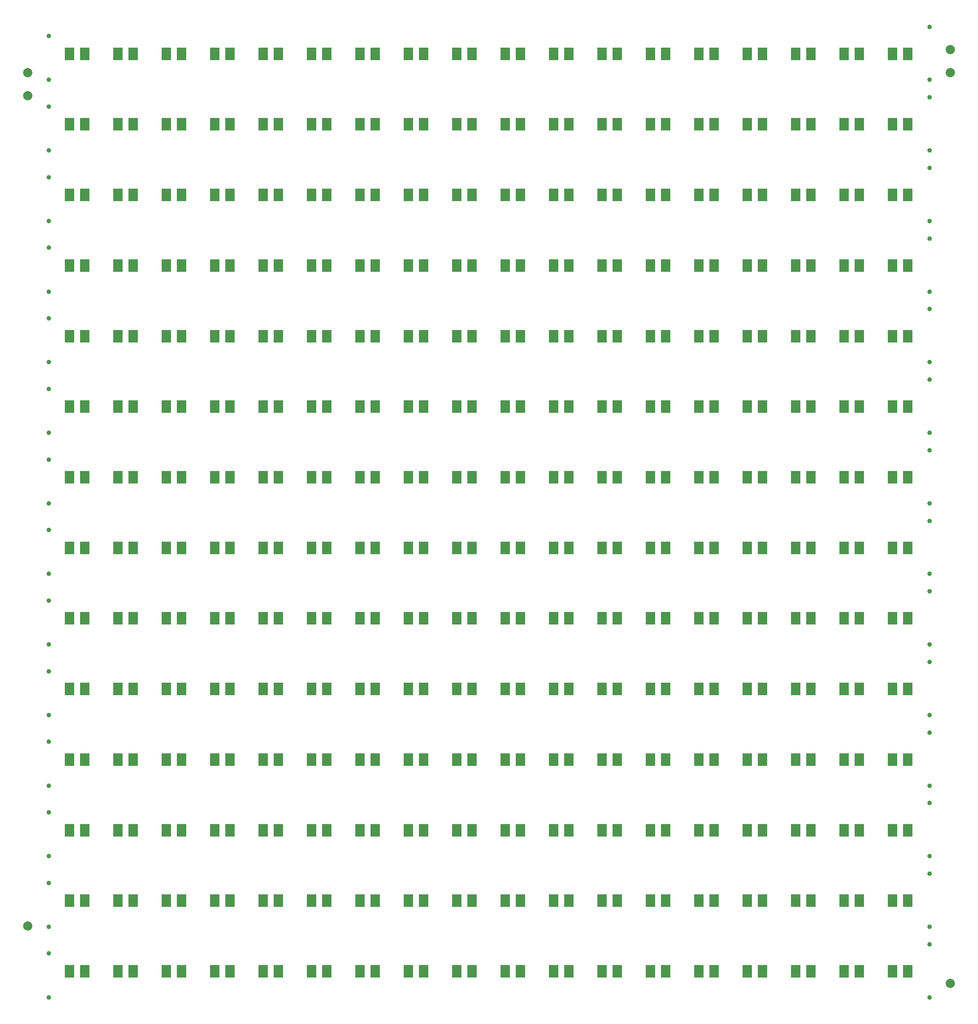
<source format=gbp>
G04 Layer_Color=128*
%FSLAX44Y44*%
%MOMM*%
G71*
G01*
G75*
%ADD10C,2.0000*%
%ADD12C,1.0000*%
%ADD24R,2.0000X2.8000*%
D10*
X25000Y2025000D02*
D03*
Y1975000D02*
D03*
Y175000D02*
D03*
X2025000Y50000D02*
D03*
Y2025000D02*
D03*
Y2075000D02*
D03*
D12*
X1980000Y20000D02*
D03*
Y135000D02*
D03*
X70000Y115000D02*
D03*
Y20000D02*
D03*
X1980000Y173000D02*
D03*
Y288000D02*
D03*
X70000Y268000D02*
D03*
Y173000D02*
D03*
X1980000Y326000D02*
D03*
Y441000D02*
D03*
X70000Y421000D02*
D03*
Y326000D02*
D03*
X1980000Y479000D02*
D03*
Y594000D02*
D03*
X70000Y574000D02*
D03*
Y479000D02*
D03*
X1980000Y632000D02*
D03*
Y747000D02*
D03*
X70000Y727000D02*
D03*
Y632000D02*
D03*
X1980000Y785000D02*
D03*
Y900000D02*
D03*
X70000Y880000D02*
D03*
Y785000D02*
D03*
X1980000Y938000D02*
D03*
Y1053000D02*
D03*
X70000Y1033000D02*
D03*
Y938000D02*
D03*
X1980000Y1091000D02*
D03*
Y1206000D02*
D03*
X70000Y1186000D02*
D03*
Y1091000D02*
D03*
X1980000Y1244000D02*
D03*
Y1359000D02*
D03*
X70000Y1339000D02*
D03*
Y1244000D02*
D03*
X1980000Y1397000D02*
D03*
Y1512000D02*
D03*
X70000Y1492000D02*
D03*
Y1397000D02*
D03*
X1980000Y1550000D02*
D03*
Y1665000D02*
D03*
X70000Y1645000D02*
D03*
Y1550000D02*
D03*
X1980000Y1703000D02*
D03*
Y1818000D02*
D03*
X70000Y1798000D02*
D03*
Y1703000D02*
D03*
X1980000Y1856000D02*
D03*
Y1971000D02*
D03*
X70000Y1951000D02*
D03*
Y1856000D02*
D03*
X1980000Y2009000D02*
D03*
Y2124000D02*
D03*
X70000Y2104000D02*
D03*
Y2009000D02*
D03*
D24*
X253010Y76500D02*
D03*
X219990D02*
D03*
X114990D02*
D03*
X148010D02*
D03*
X358010D02*
D03*
X324990D02*
D03*
X429990D02*
D03*
X463010D02*
D03*
X568010D02*
D03*
X534990D02*
D03*
X639990Y76500D02*
D03*
X673010D02*
D03*
X778010Y76500D02*
D03*
X744990D02*
D03*
X849990Y76500D02*
D03*
X883010D02*
D03*
X988010Y76500D02*
D03*
X954990D02*
D03*
X1059990D02*
D03*
X1093010D02*
D03*
X1198010D02*
D03*
X1164990D02*
D03*
X1269990D02*
D03*
X1303010D02*
D03*
X1408010D02*
D03*
X1374990D02*
D03*
X1479990Y76500D02*
D03*
X1513010D02*
D03*
X1618010D02*
D03*
X1584990D02*
D03*
X1689990Y76500D02*
D03*
X1723010D02*
D03*
X1828010Y76500D02*
D03*
X1794990D02*
D03*
X1899990Y76500D02*
D03*
X1933010D02*
D03*
X253010Y229500D02*
D03*
X219990D02*
D03*
X114990D02*
D03*
X148010D02*
D03*
X358010D02*
D03*
X324990D02*
D03*
X429990D02*
D03*
X463010D02*
D03*
X568010D02*
D03*
X534990D02*
D03*
X639990Y229500D02*
D03*
X673010D02*
D03*
X778010Y229500D02*
D03*
X744990D02*
D03*
X849990Y229500D02*
D03*
X883010D02*
D03*
X988010Y229500D02*
D03*
X954990D02*
D03*
X1059990D02*
D03*
X1093010D02*
D03*
X1198010D02*
D03*
X1164990D02*
D03*
X1269990D02*
D03*
X1303010D02*
D03*
X1408010D02*
D03*
X1374990D02*
D03*
X1479990Y229500D02*
D03*
X1513010D02*
D03*
X1618010D02*
D03*
X1584990D02*
D03*
X1689990Y229500D02*
D03*
X1723010D02*
D03*
X1828010Y229500D02*
D03*
X1794990D02*
D03*
X1899990Y229500D02*
D03*
X1933010D02*
D03*
X253010Y382500D02*
D03*
X219990D02*
D03*
X114990D02*
D03*
X148010D02*
D03*
X358010D02*
D03*
X324990D02*
D03*
X429990D02*
D03*
X463010D02*
D03*
X568010D02*
D03*
X534990D02*
D03*
X639990Y382500D02*
D03*
X673010D02*
D03*
X778010Y382500D02*
D03*
X744990D02*
D03*
X849990Y382500D02*
D03*
X883010D02*
D03*
X988010Y382500D02*
D03*
X954990D02*
D03*
X1059990D02*
D03*
X1093010D02*
D03*
X1198010D02*
D03*
X1164990D02*
D03*
X1269990D02*
D03*
X1303010D02*
D03*
X1408010D02*
D03*
X1374990D02*
D03*
X1479990Y382500D02*
D03*
X1513010D02*
D03*
X1618010D02*
D03*
X1584990D02*
D03*
X1689990Y382500D02*
D03*
X1723010D02*
D03*
X1828010Y382500D02*
D03*
X1794990D02*
D03*
X1899990Y382500D02*
D03*
X1933010D02*
D03*
X253010Y535500D02*
D03*
X219990D02*
D03*
X114990D02*
D03*
X148010D02*
D03*
X358010D02*
D03*
X324990D02*
D03*
X429990D02*
D03*
X463010D02*
D03*
X568010D02*
D03*
X534990D02*
D03*
X639990Y535500D02*
D03*
X673010D02*
D03*
X778010Y535500D02*
D03*
X744990D02*
D03*
X849990Y535500D02*
D03*
X883010D02*
D03*
X988010Y535500D02*
D03*
X954990D02*
D03*
X1059990D02*
D03*
X1093010D02*
D03*
X1198010D02*
D03*
X1164990D02*
D03*
X1269990D02*
D03*
X1303010D02*
D03*
X1408010D02*
D03*
X1374990D02*
D03*
X1479990Y535500D02*
D03*
X1513010D02*
D03*
X1618010D02*
D03*
X1584990D02*
D03*
X1689990Y535500D02*
D03*
X1723010D02*
D03*
X1828010Y535500D02*
D03*
X1794990D02*
D03*
X1899990Y535500D02*
D03*
X1933010D02*
D03*
X253010Y688500D02*
D03*
X219990D02*
D03*
X114990D02*
D03*
X148010D02*
D03*
X358010D02*
D03*
X324990D02*
D03*
X429990D02*
D03*
X463010D02*
D03*
X568010D02*
D03*
X534990D02*
D03*
X639990Y688500D02*
D03*
X673010D02*
D03*
X778010Y688500D02*
D03*
X744990D02*
D03*
X849990Y688500D02*
D03*
X883010D02*
D03*
X988010Y688500D02*
D03*
X954990D02*
D03*
X1059990D02*
D03*
X1093010D02*
D03*
X1198010D02*
D03*
X1164990D02*
D03*
X1269990D02*
D03*
X1303010D02*
D03*
X1408010D02*
D03*
X1374990D02*
D03*
X1479990Y688500D02*
D03*
X1513010D02*
D03*
X1618010D02*
D03*
X1584990D02*
D03*
X1689990Y688500D02*
D03*
X1723010D02*
D03*
X1828010Y688500D02*
D03*
X1794990D02*
D03*
X1899990Y688500D02*
D03*
X1933010D02*
D03*
X253010Y841500D02*
D03*
X219990D02*
D03*
X114990D02*
D03*
X148010D02*
D03*
X358010D02*
D03*
X324990D02*
D03*
X429990D02*
D03*
X463010D02*
D03*
X568010D02*
D03*
X534990D02*
D03*
X639990Y841500D02*
D03*
X673010D02*
D03*
X778010Y841500D02*
D03*
X744990D02*
D03*
X849990Y841500D02*
D03*
X883010D02*
D03*
X988010Y841500D02*
D03*
X954990D02*
D03*
X1059990D02*
D03*
X1093010D02*
D03*
X1198010D02*
D03*
X1164990D02*
D03*
X1269990D02*
D03*
X1303010D02*
D03*
X1408010D02*
D03*
X1374990D02*
D03*
X1479990Y841500D02*
D03*
X1513010D02*
D03*
X1618010D02*
D03*
X1584990D02*
D03*
X1689990Y841500D02*
D03*
X1723010D02*
D03*
X1828010Y841500D02*
D03*
X1794990D02*
D03*
X1899990Y841500D02*
D03*
X1933010D02*
D03*
X253010Y994500D02*
D03*
X219990D02*
D03*
X114990D02*
D03*
X148010D02*
D03*
X358010D02*
D03*
X324990D02*
D03*
X429990D02*
D03*
X463010D02*
D03*
X568010D02*
D03*
X534990D02*
D03*
X639990Y994500D02*
D03*
X673010D02*
D03*
X778010Y994500D02*
D03*
X744990D02*
D03*
X849990Y994500D02*
D03*
X883010D02*
D03*
X988010Y994500D02*
D03*
X954990D02*
D03*
X1059990D02*
D03*
X1093010D02*
D03*
X1198010D02*
D03*
X1164990D02*
D03*
X1269990D02*
D03*
X1303010D02*
D03*
X1408010D02*
D03*
X1374990D02*
D03*
X1479990Y994500D02*
D03*
X1513010D02*
D03*
X1618010D02*
D03*
X1584990D02*
D03*
X1689990Y994500D02*
D03*
X1723010D02*
D03*
X1828010Y994500D02*
D03*
X1794990D02*
D03*
X1899990Y994500D02*
D03*
X1933010D02*
D03*
X253010Y1147500D02*
D03*
X219990D02*
D03*
X114990D02*
D03*
X148010D02*
D03*
X358010D02*
D03*
X324990D02*
D03*
X429990D02*
D03*
X463010D02*
D03*
X568010D02*
D03*
X534990D02*
D03*
X639990Y1147500D02*
D03*
X673010D02*
D03*
X778010Y1147500D02*
D03*
X744990D02*
D03*
X849990Y1147500D02*
D03*
X883010D02*
D03*
X988010Y1147500D02*
D03*
X954990D02*
D03*
X1059990D02*
D03*
X1093010D02*
D03*
X1198010D02*
D03*
X1164990D02*
D03*
X1269990D02*
D03*
X1303010D02*
D03*
X1408010D02*
D03*
X1374990D02*
D03*
X1479990Y1147500D02*
D03*
X1513010D02*
D03*
X1618010D02*
D03*
X1584990D02*
D03*
X1689990Y1147500D02*
D03*
X1723010D02*
D03*
X1828010Y1147500D02*
D03*
X1794990D02*
D03*
X1899990Y1147500D02*
D03*
X1933010D02*
D03*
X253010Y1300500D02*
D03*
X219990D02*
D03*
X114990D02*
D03*
X148010D02*
D03*
X358010D02*
D03*
X324990D02*
D03*
X429990D02*
D03*
X463010D02*
D03*
X568010D02*
D03*
X534990D02*
D03*
X639990Y1300500D02*
D03*
X673010D02*
D03*
X778010Y1300500D02*
D03*
X744990D02*
D03*
X849990Y1300500D02*
D03*
X883010D02*
D03*
X988010Y1300500D02*
D03*
X954990D02*
D03*
X1059990D02*
D03*
X1093010D02*
D03*
X1198010D02*
D03*
X1164990D02*
D03*
X1269990D02*
D03*
X1303010D02*
D03*
X1408010D02*
D03*
X1374990D02*
D03*
X1479990Y1300500D02*
D03*
X1513010D02*
D03*
X1618010D02*
D03*
X1584990D02*
D03*
X1689990Y1300500D02*
D03*
X1723010D02*
D03*
X1828010Y1300500D02*
D03*
X1794990D02*
D03*
X1899990Y1300500D02*
D03*
X1933010D02*
D03*
X253010Y1453500D02*
D03*
X219990D02*
D03*
X114990D02*
D03*
X148010D02*
D03*
X358010D02*
D03*
X324990D02*
D03*
X429990D02*
D03*
X463010D02*
D03*
X568010D02*
D03*
X534990D02*
D03*
X639990Y1453500D02*
D03*
X673010D02*
D03*
X778010Y1453500D02*
D03*
X744990D02*
D03*
X849990Y1453500D02*
D03*
X883010D02*
D03*
X988010Y1453500D02*
D03*
X954990D02*
D03*
X1059990D02*
D03*
X1093010D02*
D03*
X1198010D02*
D03*
X1164990D02*
D03*
X1269990D02*
D03*
X1303010D02*
D03*
X1408010D02*
D03*
X1374990D02*
D03*
X1479990Y1453500D02*
D03*
X1513010D02*
D03*
X1618010D02*
D03*
X1584990D02*
D03*
X1689990Y1453500D02*
D03*
X1723010D02*
D03*
X1828010Y1453500D02*
D03*
X1794990D02*
D03*
X1899990Y1453500D02*
D03*
X1933010D02*
D03*
X253010Y1606500D02*
D03*
X219990D02*
D03*
X114990D02*
D03*
X148010D02*
D03*
X358010D02*
D03*
X324990D02*
D03*
X429990D02*
D03*
X463010D02*
D03*
X568010D02*
D03*
X534990D02*
D03*
X639990Y1606500D02*
D03*
X673010D02*
D03*
X778010Y1606500D02*
D03*
X744990D02*
D03*
X849990Y1606500D02*
D03*
X883010D02*
D03*
X988010Y1606500D02*
D03*
X954990D02*
D03*
X1059990D02*
D03*
X1093010D02*
D03*
X1198010D02*
D03*
X1164990D02*
D03*
X1269990D02*
D03*
X1303010D02*
D03*
X1408010D02*
D03*
X1374990D02*
D03*
X1479990Y1606500D02*
D03*
X1513010D02*
D03*
X1618010D02*
D03*
X1584990D02*
D03*
X1689990Y1606500D02*
D03*
X1723010D02*
D03*
X1828010Y1606500D02*
D03*
X1794990D02*
D03*
X1899990Y1606500D02*
D03*
X1933010D02*
D03*
X253010Y1759500D02*
D03*
X219990D02*
D03*
X114990D02*
D03*
X148010D02*
D03*
X358010D02*
D03*
X324990D02*
D03*
X429990D02*
D03*
X463010D02*
D03*
X568010D02*
D03*
X534990D02*
D03*
X639990Y1759500D02*
D03*
X673010D02*
D03*
X778010Y1759500D02*
D03*
X744990D02*
D03*
X849990Y1759500D02*
D03*
X883010D02*
D03*
X988010Y1759500D02*
D03*
X954990D02*
D03*
X1059990D02*
D03*
X1093010D02*
D03*
X1198010D02*
D03*
X1164990D02*
D03*
X1269990D02*
D03*
X1303010D02*
D03*
X1408010D02*
D03*
X1374990D02*
D03*
X1479990Y1759500D02*
D03*
X1513010D02*
D03*
X1618010D02*
D03*
X1584990D02*
D03*
X1689990Y1759500D02*
D03*
X1723010D02*
D03*
X1828010Y1759500D02*
D03*
X1794990D02*
D03*
X1899990Y1759500D02*
D03*
X1933010D02*
D03*
X253010Y1912500D02*
D03*
X219990D02*
D03*
X114990D02*
D03*
X148010D02*
D03*
X358010D02*
D03*
X324990D02*
D03*
X429990D02*
D03*
X463010D02*
D03*
X568010D02*
D03*
X534990D02*
D03*
X639990Y1912500D02*
D03*
X673010D02*
D03*
X778010Y1912500D02*
D03*
X744990D02*
D03*
X849990Y1912500D02*
D03*
X883010D02*
D03*
X988010Y1912500D02*
D03*
X954990D02*
D03*
X1059990D02*
D03*
X1093010D02*
D03*
X1198010D02*
D03*
X1164990D02*
D03*
X1269990D02*
D03*
X1303010D02*
D03*
X1408010D02*
D03*
X1374990D02*
D03*
X1479990Y1912500D02*
D03*
X1513010D02*
D03*
X1618010D02*
D03*
X1584990D02*
D03*
X1689990Y1912500D02*
D03*
X1723010D02*
D03*
X1828010Y1912500D02*
D03*
X1794990D02*
D03*
X1899990Y1912500D02*
D03*
X1933010D02*
D03*
X253010Y2065500D02*
D03*
X219990D02*
D03*
X114990D02*
D03*
X148010D02*
D03*
X358010D02*
D03*
X324990D02*
D03*
X429990D02*
D03*
X463010D02*
D03*
X568010D02*
D03*
X534990D02*
D03*
X639990Y2065500D02*
D03*
X673010D02*
D03*
X778010Y2065500D02*
D03*
X744990D02*
D03*
X849990Y2065500D02*
D03*
X883010D02*
D03*
X988010Y2065500D02*
D03*
X954990D02*
D03*
X1059990D02*
D03*
X1093010D02*
D03*
X1198010D02*
D03*
X1164990D02*
D03*
X1269990D02*
D03*
X1303010D02*
D03*
X1408010D02*
D03*
X1374990D02*
D03*
X1479990Y2065500D02*
D03*
X1513010D02*
D03*
X1618010D02*
D03*
X1584990D02*
D03*
X1689990Y2065500D02*
D03*
X1723010D02*
D03*
X1828010Y2065500D02*
D03*
X1794990D02*
D03*
X1899990Y2065500D02*
D03*
X1933010D02*
D03*
M02*

</source>
